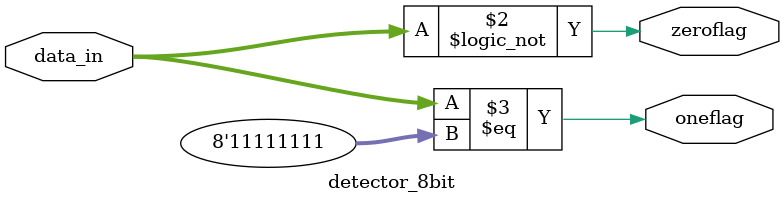
<source format=sv>
module detector_8bit(input [7:0] data_in, output reg zeroflag, oneflag);
    always @(*) begin
        zeroflag = (data_in == 8'b00000000);  // Check if all bits are 0
        oneflag  = (data_in == 8'b11111111);  // Check if all bits are 1
    end
endmodule

</source>
